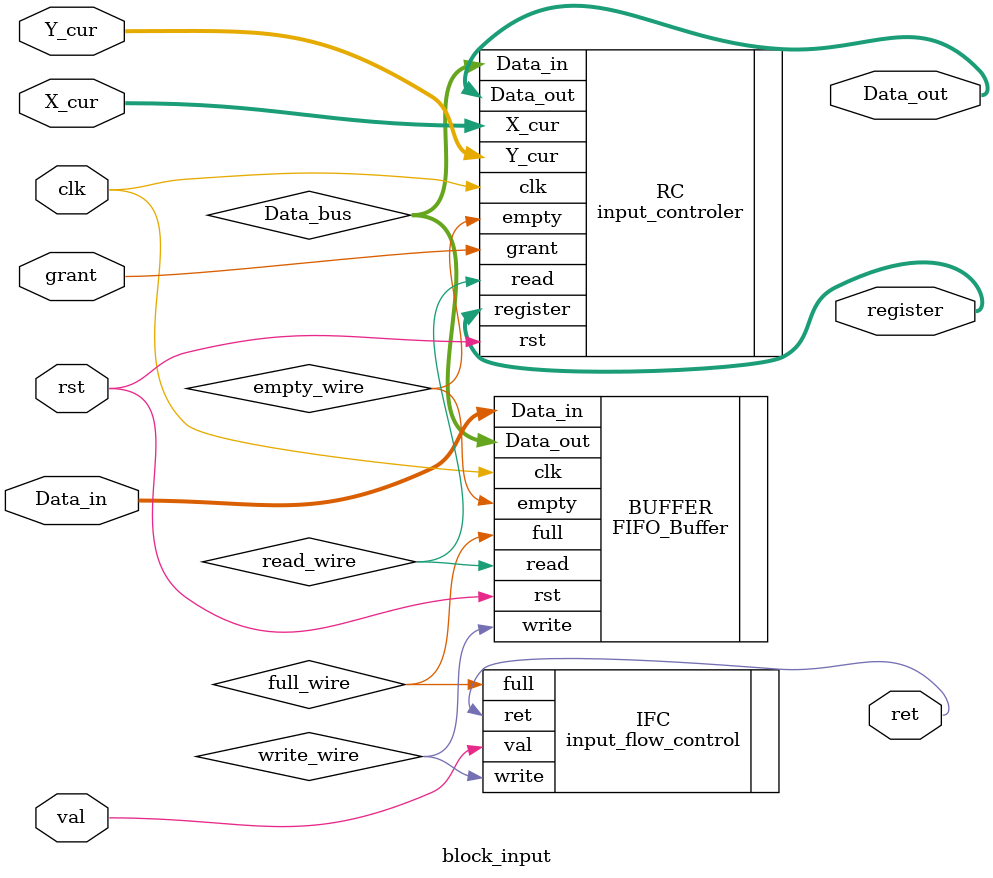
<source format=v>
`timescale 1ns / 1ps
module block_input
#(parameter DATA_WIDTH = 8,
  parameter N_REGISTER = 3,
  parameter N_ADD = 2)
(
input [N_ADD-1:0] X_cur,Y_cur,  /*address of router in networt on chip*/
input clk,rst,
input grant,
input val,  /*signal request sent package from neighbor router*/
output ret, /*ack for neighbor router know that buffer is full or not*/
input [DATA_WIDTH-1:0]Data_in,
output [DATA_WIDTH-1:0]Data_out,
output [N_REGISTER-1:0] register /*notify for switch to determined the destination of package */ /*->Roud robin*/
    );
/*define wire*/
wire write_wire, read_write;
wire empty_wire,full_wire; 
wire [DATA_WIDTH-1:0]Data_bus;
/*connect block module*/
input_flow_control IFC(.val(val),.full(full_wire),.ret(ret),.write(write_wire));
FIFO_Buffer BUFFER(.Data_in(Data_in),.clk(clk),.rst(rst),.write(write_wire),.read(read_wire),.empty(empty_wire),.full(full_wire),.Data_out(Data_bus));
input_controler RC(.X_cur(X_cur),.Y_cur(Y_cur),.Data_in(Data_bus),.Data_out(Data_out),.clk(clk),.rst(rst),.register(register),.read(read_wire),.empty(empty_wire),.grant(grant));

endmodule

</source>
